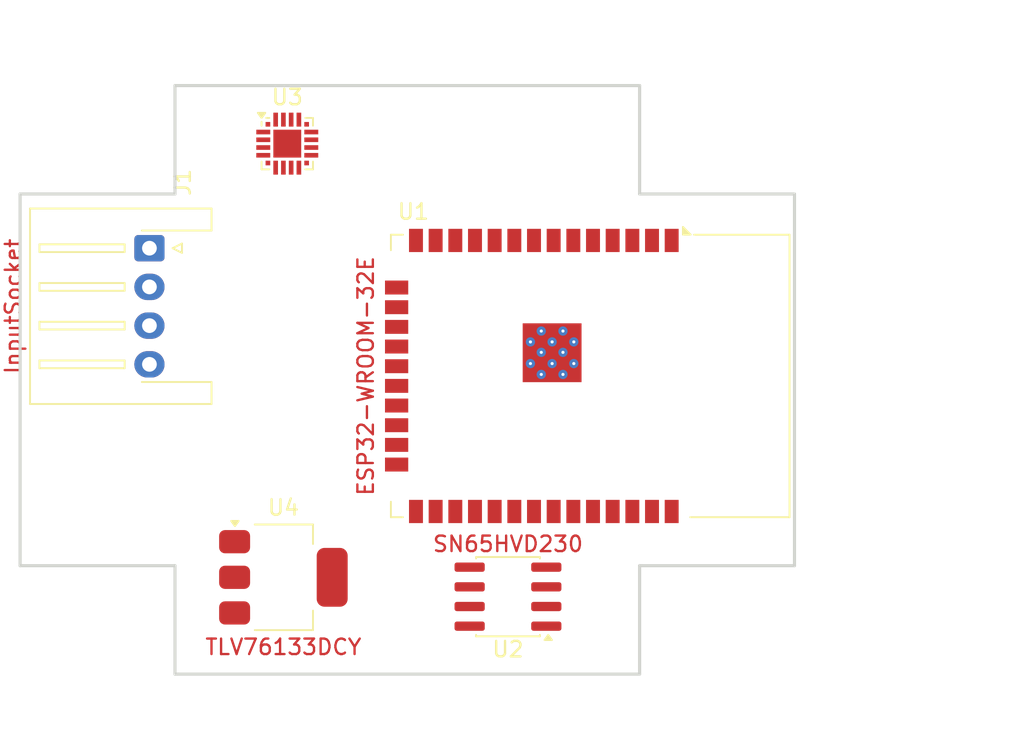
<source format=kicad_pcb>
(kicad_pcb (version 20241229) (generator "pcbnew") (generator_version "9.0")
  (layers (0 "F.Cu" signal) (2 "B.Cu" signal) (13 "F.Paste" user) (15 "B.Paste" user) (5 "F.SilkS" user "F.Silkscreen") (7 "B.SilkS" user "B.Silkscreen") (1 "F.Mask" user) (3 "B.Mask" user) (25 "Edge.Cuts" user))
  (net 0 "")
  (net 1 "GND")
  (net 16 "Net-(U1-IO22)")
  (net 19 "Net-(U1-IO23)")
  (net 36 "/CANL")
  (net 37 "/CANH")
  (net 40 "Net-(J1-Pin_4)")
  (net 41 "/3.3")
  (net 49 "Net-(U3-GND-Pad12)")
  (footprint "RF_Module:ESP32-WROOM-32D" (layer "F.Cu") (at 159.82 84.5 -90)
    (property "Reference" "U1" (at -10.61 8.43 0) (layer "F.SilkS"))
    (property "Value" "ESP32-WROOM-32E" (at 0 11.5 90) (layer "F.Cu"))
    (fp_line (start -9.12 9.88) (end -8.12 9.88) (stroke (width 0.12)) (layer "F.SilkS"))
    (fp_line (start 9.12 9.88) (end 8.12 9.88) (stroke (width 0.12)) (layer "F.SilkS"))
    (fp_line (start -9.12 9.1) (end -9.12 9.88) (stroke (width 0.12)) (layer "F.SilkS"))
    (fp_line (start 9.12 9.1) (end 9.12 9.88) (stroke (width 0.12)) (layer "F.SilkS"))
    (fp_line (start -9.12 -15.86) (end -9.12 -9.7) (stroke (width 0.12)) (layer "F.SilkS"))
    (fp_line (start -9.12 -15.86) (end 9.12 -15.86) (stroke (width 0.12)) (layer "F.SilkS"))
    (fp_line (start 9.12 -15.86) (end 9.12 -9.445) (stroke (width 0.12)) (layer "F.SilkS"))
    (fp_poly (pts (xy -9.125 -8.975) (xy -9.625 -8.975) (xy -9.125 -9.475) (xy -9.125 -8.975)) (stroke (width 0.12)) (fill yes) (layer "F.SilkS"))
    (pad "1" smd rect (at -8.75 -8.25 270) (size 1.5 0.9) (layers "F.Cu" "F.Mask" "F.Paste") (net 1 "GND"))
    (pad "2" smd rect (at -8.75 -6.98 270) (size 1.5 0.9) (layers "F.Cu" "F.Mask" "F.Paste") (net 41 "/3.3"))
    (pad "3" smd rect (at -8.75 -5.71 270) (size 1.5 0.9) (layers "F.Cu" "F.Mask" "F.Paste"))
    (pad "4" smd rect (at -8.75 -4.44 270) (size 1.5 0.9) (layers "F.Cu" "F.Mask" "F.Paste"))
    (pad "5" smd rect (at -8.75 -3.17 270) (size 1.5 0.9) (layers "F.Cu" "F.Mask" "F.Paste"))
    (pad "6" smd rect (at -8.75 -1.9 270) (size 1.5 0.9) (layers "F.Cu" "F.Mask" "F.Paste"))
    (pad "7" smd rect (at -8.75 -0.63 270) (size 1.5 0.9) (layers "F.Cu" "F.Mask" "F.Paste"))
    (pad "8" smd rect (at -8.75 0.64 270) (size 1.5 0.9) (layers "F.Cu" "F.Mask" "F.Paste"))
    (pad "9" smd rect (at -8.75 1.91 270) (size 1.5 0.9) (layers "F.Cu" "F.Mask" "F.Paste"))
    (pad "10" smd rect (at -8.75 3.18 270) (size 1.5 0.9) (layers "F.Cu" "F.Mask" "F.Paste"))
    (pad "11" smd rect (at -8.75 4.45 270) (size 1.5 0.9) (layers "F.Cu" "F.Mask" "F.Paste"))
    (pad "12" smd rect (at -8.75 5.72 270) (size 1.5 0.9) (layers "F.Cu" "F.Mask" "F.Paste"))
    (pad "13" smd rect (at -8.75 6.99 270) (size 1.5 0.9) (layers "F.Cu" "F.Mask" "F.Paste"))
    (pad "14" smd rect (at -8.75 8.26 270) (size 1.5 0.9) (layers "F.Cu" "F.Mask" "F.Paste"))
    (pad "15" smd rect (at -5.71 9.51) (size 1.5 0.9) (layers "F.Cu" "F.Mask" "F.Paste") (net 1 "GND"))
    (pad "16" smd rect (at -4.44 9.51) (size 1.5 0.9) (layers "F.Cu" "F.Mask" "F.Paste"))
    (pad "17" smd rect (at -3.17 9.51) (size 1.5 0.9) (layers "F.Cu" "F.Mask" "F.Paste"))
    (pad "18" smd rect (at -1.9 9.51) (size 1.5 0.9) (layers "F.Cu" "F.Mask" "F.Paste"))
    (pad "19" smd rect (at -0.63 9.51) (size 1.5 0.9) (layers "F.Cu" "F.Mask" "F.Paste"))
    (pad "20" smd rect (at 0.64 9.51) (size 1.5 0.9) (layers "F.Cu" "F.Mask" "F.Paste"))
    (pad "21" smd rect (at 1.91 9.51) (size 1.5 0.9) (layers "F.Cu" "F.Mask" "F.Paste"))
    (pad "22" smd rect (at 3.18 9.51) (size 1.5 0.9) (layers "F.Cu" "F.Mask" "F.Paste"))
    (pad "23" smd rect (at 4.45 9.51) (size 1.5 0.9) (layers "F.Cu" "F.Mask" "F.Paste"))
    (pad "24" smd rect (at 5.72 9.51) (size 1.5 0.9) (layers "F.Cu" "F.Mask" "F.Paste"))
    (pad "25" smd rect (at 8.75 8.26 270) (size 1.5 0.9) (layers "F.Cu" "F.Mask" "F.Paste"))
    (pad "26" smd rect (at 8.75 6.99 270) (size 1.5 0.9) (layers "F.Cu" "F.Mask" "F.Paste"))
    (pad "27" smd rect (at 8.75 5.72 270) (size 1.5 0.9) (layers "F.Cu" "F.Mask" "F.Paste"))
    (pad "28" smd rect (at 8.75 4.45 270) (size 1.5 0.9) (layers "F.Cu" "F.Mask" "F.Paste"))
    (pad "29" smd rect (at 8.75 3.18 270) (size 1.5 0.9) (layers "F.Cu" "F.Mask" "F.Paste"))
    (pad "30" smd rect (at 8.75 1.91 270) (size 1.5 0.9) (layers "F.Cu" "F.Mask" "F.Paste"))
    (pad "31" smd rect (at 8.75 0.64 270) (size 1.5 0.9) (layers "F.Cu" "F.Mask" "F.Paste"))
    (pad "32" smd rect (at 8.75 -0.63 270) (size 1.5 0.9) (layers "F.Cu" "F.Mask" "F.Paste"))
    (pad "33" smd rect (at 8.75 -1.9 270) (size 1.5 0.9) (layers "F.Cu" "F.Mask" "F.Paste"))
    (pad "34" smd rect (at 8.75 -3.17 270) (size 1.5 0.9) (layers "F.Cu" "F.Mask" "F.Paste"))
    (pad "35" smd rect (at 8.75 -4.44 270) (size 1.5 0.9) (layers "F.Cu" "F.Mask" "F.Paste"))
    (pad "36" smd rect (at 8.75 -5.71 270) (size 1.5 0.9) (layers "F.Cu" "F.Mask" "F.Paste") (net 16 "Net-(U1-IO22)"))
    (pad "37" smd rect (at 8.75 -6.98 270) (size 1.5 0.9) (layers "F.Cu" "F.Mask" "F.Paste") (net 19 "Net-(U1-IO23)"))
    (pad "38" smd rect (at 8.75 -8.25 270) (size 1.5 0.9) (layers "F.Cu" "F.Mask" "F.Paste") (net 1 "GND"))
    (pad "39" smd rect (at -2.9 -1.93 270) (size 0.9 0.9) (layers "F.Cu" "F.Paste") (net 1 "GND"))
    (pad "39" thru_hole circle (at -2.9 -1.23 270) (size 0.6 0.6) (drill 0.2) (property pad_prop_heatsink) (layers "*.Cu" "F.Mask") (net 1 "GND"))
    (pad "39" smd rect (at -2.9 -0.53 270) (size 0.9 0.9) (layers "F.Cu" "F.Paste") (net 1 "GND"))
    (pad "39" thru_hole circle (at -2.9 0.17 270) (size 0.6 0.6) (drill 0.2) (property pad_prop_heatsink) (layers "*.Cu" "F.Mask") (net 1 "GND"))
    (pad "39" smd rect (at -2.9 0.87 270) (size 0.9 0.9) (layers "F.Cu" "F.Paste") (net 1 "GND"))
    (pad "39" thru_hole circle (at -2.2 -1.93 270) (size 0.6 0.6) (drill 0.2) (property pad_prop_heatsink) (layers "*.Cu" "F.Mask") (net 1 "GND"))
    (pad "39" thru_hole circle (at -2.2 -0.53 270) (size 0.6 0.6) (drill 0.2) (property pad_prop_heatsink) (layers "*.Cu" "F.Mask") (net 1 "GND"))
    (pad "39" thru_hole circle (at -2.2 0.87 270) (size 0.6 0.6) (drill 0.2) (property pad_prop_heatsink) (layers "*.Cu" "F.Mask") (net 1 "GND"))
    (pad "39" thru_hole circle (at -1.525 -1.23 270) (size 0.6 0.6) (drill 0.2) (property pad_prop_heatsink) (layers "*.Cu" "F.Mask") (net 1 "GND"))
    (pad "39" thru_hole circle (at -1.525 0.17 270) (size 0.6 0.6) (drill 0.2) (property pad_prop_heatsink) (layers "*.Cu" "F.Mask") (net 1 "GND"))
    (pad "39" smd rect (at -1.5 -1.93 270) (size 0.9 0.9) (layers "F.Cu" "F.Paste") (net 1 "GND"))
    (pad "39" smd rect (at -1.5 -0.53 270) (size 0.9 0.9) (layers "F.Cu" "F.Paste") (net 1 "GND"))
    (pad "39" smd rect (at -1.5 -0.53 270) (size 3.8 3.8) (property pad_prop_heatsink) (layers "F.Cu" "F.Mask") (net 1 "GND"))
    (pad "39" smd rect (at -1.5 0.87 270) (size 0.9 0.9) (layers "F.Cu" "F.Paste") (net 1 "GND"))
    (pad "39" thru_hole circle (at -0.8 -1.93 270) (size 0.6 0.6) (drill 0.2) (property pad_prop_heatsink) (layers "*.Cu" "F.Mask") (net 1 "GND"))
    (pad "39" thru_hole circle (at -0.8 -0.53 270) (size 0.6 0.6) (drill 0.2) (property pad_prop_heatsink) (layers "*.Cu" "F.Mask") (net 1 "GND"))
    (pad "39" thru_hole circle (at -0.8 0.87 270) (size 0.6 0.6) (drill 0.2) (property pad_prop_heatsink) (layers "*.Cu" "F.Mask") (net 1 "GND"))
    (pad "39" smd rect (at -0.1 -1.93 270) (size 0.9 0.9) (layers "F.Cu" "F.Paste") (net 1 "GND"))
    (pad "39" thru_hole circle (at -0.1 -1.23 270) (size 0.6 0.6) (drill 0.2) (property pad_prop_heatsink) (layers "*.Cu" "F.Mask") (net 1 "GND"))
    (pad "39" smd rect (at -0.1 -0.53 270) (size 0.9 0.9) (layers "F.Cu" "F.Paste") (net 1 "GND"))
    (pad "39" thru_hole circle (at -0.1 0.17 270) (size 0.6 0.6) (drill 0.2) (property pad_prop_heatsink) (layers "*.Cu" "F.Mask") (net 1 "GND"))
    (pad "39" smd rect (at -0.1 0.87 270) (size 0.9 0.9) (layers "F.Cu" "F.Paste") (net 1 "GND"))
  )
  (footprint "Package_TO_SOT_SMD:SOT-223-3_TabPin2" (layer "F.Cu") (at 143 97.5)
    (property "Reference" "U4" (at 0 -4.5 0) (layer "F.SilkS"))
    (property "Value" "TLV76133DCY" (at 0 4.5 0) (layer "F.Cu"))
    (fp_line (start -1.85 -3.41) (end 1.91 -3.41) (stroke (width 0.12)) (layer "F.SilkS"))
    (fp_line (start -1.85 3.41) (end 1.91 3.41) (stroke (width 0.12)) (layer "F.SilkS"))
    (fp_line (start 1.91 -3.41) (end 1.91 -2.15) (stroke (width 0.12)) (layer "F.SilkS"))
    (fp_line (start 1.91 3.41) (end 1.91 2.15) (stroke (width 0.12)) (layer "F.SilkS"))
    (fp_poly (pts (xy -3.13 -3.31) (xy -3.37 -3.64) (xy -2.89 -3.64) (xy -3.13 -3.31)) (stroke (width 0.12)) (fill yes) (layer "F.SilkS"))
    (pad "1" smd roundrect (at -3.15 -2.3) (size 2 1.5) (layers "F.Cu" "F.Mask" "F.Paste") (net 1 "GND"))
    (pad "2" smd roundrect (at -3.15 0) (size 2 1.5) (layers "F.Cu" "F.Mask" "F.Paste") (net 41 "/3.3"))
    (pad "2" smd roundrect (at 3.15 0) (size 2 3.8) (layers "F.Cu" "F.Mask" "F.Paste") (net 41 "/3.3"))
    (pad "3" smd roundrect (at -3.15 2.3) (size 2 1.5) (layers "F.Cu" "F.Mask" "F.Paste") (net 40 "Net-(J1-Pin_4)"))
  )
  (footprint "Package_SO:SOIC-8_3.9x4.9mm_P1.27mm" (layer "F.Cu") (at 157.5 98.75 180)
    (property "Reference" "U2" (at 0 -3.4 0) (layer "F.SilkS"))
    (property "Value" "SN65HVD230" (at 0 3.4 0) (layer "F.Cu"))
    (fp_line (start 2.06 2.56) (end -2.06 2.56) (stroke (width 0.12)) (layer "F.SilkS"))
    (fp_line (start 2.06 2.465) (end 2.06 2.56) (stroke (width 0.12)) (layer "F.SilkS"))
    (fp_line (start 2.06 -2.56) (end 2.06 -2.465) (stroke (width 0.12)) (layer "F.SilkS"))
    (fp_line (start -2.06 2.56) (end -2.06 2.465) (stroke (width 0.12)) (layer "F.SilkS"))
    (fp_line (start -2.06 -2.465) (end -2.06 -2.56) (stroke (width 0.12)) (layer "F.SilkS"))
    (fp_line (start -2.06 -2.56) (end 2.06 -2.56) (stroke (width 0.12)) (layer "F.SilkS"))
    (fp_poly (pts (xy -2.6 -2.47) (xy -2.84 -2.8) (xy -2.36 -2.8)) (stroke (width 0.12)) (fill yes) (layer "F.SilkS"))
    (pad "1" smd roundrect (at -2.475 -1.905 180) (size 1.95 0.6) (layers "F.Cu" "F.Mask" "F.Paste") (net 19 "Net-(U1-IO23)"))
    (pad "2" smd roundrect (at -2.475 -0.635 180) (size 1.95 0.6) (layers "F.Cu" "F.Mask" "F.Paste") (net 1 "GND"))
    (pad "3" smd roundrect (at -2.475 0.635 180) (size 1.95 0.6) (layers "F.Cu" "F.Mask" "F.Paste") (net 41 "/3.3"))
    (pad "4" smd roundrect (at -2.475 1.905 180) (size 1.95 0.6) (layers "F.Cu" "F.Mask" "F.Paste") (net 16 "Net-(U1-IO22)"))
    (pad "5" smd roundrect (at 2.475 1.905 180) (size 1.95 0.6) (layers "F.Cu" "F.Mask" "F.Paste"))
    (pad "6" smd roundrect (at 2.475 0.635 180) (size 1.95 0.6) (layers "F.Cu" "F.Mask" "F.Paste") (net 36 "/CANL"))
    (pad "7" smd roundrect (at 2.475 -0.635 180) (size 1.95 0.6) (layers "F.Cu" "F.Mask" "F.Paste") (net 37 "/CANH"))
    (pad "8" smd roundrect (at 2.475 -1.905 180) (size 1.95 0.6) (layers "F.Cu" "F.Mask" "F.Paste"))
  )
  (footprint "Package_DFN_QFN:SiliconLabs_QFN-20-1EP_3x3mm_P0.5mm_EP1.8x1.8mm" (layer "F.Cu") (at 143.25 69.5)
    (property "Reference" "U3" (at 0 -3 0) (layer "F.SilkS"))
    (property "Value" "CP2102N-Axx-xQFN20")
    (fp_line (start -1.66 -1.16) (end -1.66 -1.41) (stroke (width 0.12)) (layer "F.SilkS"))
    (fp_line (start -1.66 1.66) (end -1.66 1.16) (stroke (width 0.12)) (layer "F.SilkS"))
    (fp_line (start -1.16 -1.66) (end -1.36 -1.66) (stroke (width 0.12)) (layer "F.SilkS"))
    (fp_line (start -1.16 1.66) (end -1.66 1.66) (stroke (width 0.12)) (layer "F.SilkS"))
    (fp_line (start 1.16 -1.66) (end 1.66 -1.66) (stroke (width 0.12)) (layer "F.SilkS"))
    (fp_line (start 1.16 1.66) (end 1.66 1.66) (stroke (width 0.12)) (layer "F.SilkS"))
    (fp_line (start 1.66 -1.66) (end 1.66 -1.16) (stroke (width 0.12)) (layer "F.SilkS"))
    (fp_line (start 1.66 1.66) (end 1.66 1.16) (stroke (width 0.12)) (layer "F.SilkS"))
    (fp_poly (pts (xy -1.66 -1.66) (xy -1.9 -1.99) (xy -1.42 -1.99) (xy -1.66 -1.66)) (stroke (width 0.12)) (fill yes) (layer "F.SilkS"))
    (pad "1" smd rect (at -1.25 -1.25) (size 0.3 0.3) (layers "F.Cu" "F.Mask" "F.Paste"))
    (pad "2" smd rect (at -1.55 -0.75) (size 0.9 0.3) (layers "F.Cu" "F.Mask" "F.Paste"))
    (pad "3" smd rect (at -1.55 -0.25) (size 0.9 0.3) (layers "F.Cu" "F.Mask" "F.Paste") (net 49 "Net-(U3-GND-Pad12)"))
    (pad "4" smd rect (at -1.55 0.25) (size 0.9 0.3) (layers "F.Cu" "F.Mask" "F.Paste"))
    (pad "5" smd rect (at -1.55 0.75) (size 0.9 0.3) (layers "F.Cu" "F.Mask" "F.Paste"))
    (pad "6" smd rect (at -1.25 1.25) (size 0.3 0.3) (layers "F.Cu" "F.Mask" "F.Paste"))
    (pad "7" smd rect (at -0.75 1.55 90) (size 0.9 0.3) (layers "F.Cu" "F.Mask" "F.Paste"))
    (pad "8" smd rect (at -0.25 1.55 90) (size 0.9 0.3) (layers "F.Cu" "F.Mask" "F.Paste"))
    (pad "9" smd rect (at 0.25 1.55 90) (size 0.9 0.3) (layers "F.Cu" "F.Mask" "F.Paste"))
    (pad "10" smd rect (at 0.75 1.55 90) (size 0.9 0.3) (layers "F.Cu" "F.Mask" "F.Paste"))
    (pad "11" smd rect (at 1.25 1.25) (size 0.3 0.3) (layers "F.Cu" "F.Mask" "F.Paste"))
    (pad "12" smd rect (at 1.55 0.75) (size 0.9 0.3) (layers "F.Cu" "F.Mask" "F.Paste") (net 49 "Net-(U3-GND-Pad12)"))
    (pad "13" smd rect (at 1.55 0.25) (size 0.9 0.3) (layers "F.Cu" "F.Mask" "F.Paste"))
    (pad "14" smd rect (at 1.55 -0.25) (size 0.9 0.3) (layers "F.Cu" "F.Mask" "F.Paste"))
    (pad "15" smd rect (at 1.55 -0.75) (size 0.9 0.3) (layers "F.Cu" "F.Mask" "F.Paste"))
    (pad "16" smd rect (at 1.25 -1.25) (size 0.3 0.3) (layers "F.Cu" "F.Mask" "F.Paste"))
    (pad "17" smd rect (at 0.75 -1.55 90) (size 0.9 0.3) (layers "F.Cu" "F.Mask" "F.Paste"))
    (pad "18" smd rect (at 0.25 -1.55 90) (size 0.9 0.3) (layers "F.Cu" "F.Mask" "F.Paste"))
    (pad "19" smd rect (at -0.25 -1.55 90) (size 0.9 0.3) (layers "F.Cu" "F.Mask" "F.Paste"))
    (pad "20" smd rect (at -0.75 -1.55 90) (size 0.9 0.3) (layers "F.Cu" "F.Mask" "F.Paste"))
    (pad "21" smd rect (at 0 0) (size 1.8 1.8) (layers "F.Cu" "F.Mask") (net 49 "Net-(U3-GND-Pad12)"))
  )
  (footprint "Connector_JST:JST_XH_S4B-XH-A-1_1x04_P2.50mm_Horizontal" (layer "F.Cu") (at 134.35 76.25 -90)
    (property "Reference" "J1" (at -4.25 -2.15 90) (layer "F.SilkS"))
    (property "Value" "InputSocket" (at 3.75 8.8 90) (layer "F.Cu"))
    (fp_line (start -2.56 7.71) (end -2.56 -4.01) (stroke (width 0.12)) (layer "F.SilkS"))
    (fp_line (start 3.75 7.71) (end -2.56 7.71) (stroke (width 0.12)) (layer "F.SilkS"))
    (fp_line (start 3.75 7.71) (end 10.06 7.71) (stroke (width 0.12)) (layer "F.SilkS"))
    (fp_line (start 10.06 7.71) (end 10.06 -4.01) (stroke (width 0.12)) (layer "F.SilkS"))
    (fp_line (start -0.25 7.1) (end 0.25 7.1) (stroke (width 0.12)) (layer "F.SilkS"))
    (fp_line (start 0.25 7.1) (end 0.25 1.6) (stroke (width 0.12)) (layer "F.SilkS"))
    (fp_line (start 2.25 7.1) (end 2.75 7.1) (stroke (width 0.12)) (layer "F.SilkS"))
    (fp_line (start 2.75 7.1) (end 2.75 1.6) (stroke (width 0.12)) (layer "F.SilkS"))
    (fp_line (start 4.75 7.1) (end 5.25 7.1) (stroke (width 0.12)) (layer "F.SilkS"))
    (fp_line (start 5.25 7.1) (end 5.25 1.6) (stroke (width 0.12)) (layer "F.SilkS"))
    (fp_line (start 7.25 7.1) (end 7.75 7.1) (stroke (width 0.12)) (layer "F.SilkS"))
    (fp_line (start 7.75 7.1) (end 7.75 1.6) (stroke (width 0.12)) (layer "F.SilkS"))
    (fp_line (start -0.25 1.6) (end -0.25 7.1) (stroke (width 0.12)) (layer "F.SilkS"))
    (fp_line (start 0.25 1.6) (end -0.25 1.6) (stroke (width 0.12)) (layer "F.SilkS"))
    (fp_line (start 2.25 1.6) (end 2.25 7.1) (stroke (width 0.12)) (layer "F.SilkS"))
    (fp_line (start 2.75 1.6) (end 2.25 1.6) (stroke (width 0.12)) (layer "F.SilkS"))
    (fp_line (start 4.75 1.6) (end 4.75 7.1) (stroke (width 0.12)) (layer "F.SilkS"))
    (fp_line (start 5.25 1.6) (end 4.75 1.6) (stroke (width 0.12)) (layer "F.SilkS"))
    (fp_line (start 7.25 1.6) (end 7.25 7.1) (stroke (width 0.12)) (layer "F.SilkS"))
    (fp_line (start 7.75 1.6) (end 7.25 1.6) (stroke (width 0.12)) (layer "F.SilkS"))
    (fp_line (start 0 -1.5) (end -0.3 -2.1) (stroke (width 0.12)) (layer "F.SilkS"))
    (fp_line (start -0.3 -2.1) (end 0.3 -2.1) (stroke (width 0.12)) (layer "F.SilkS"))
    (fp_line (start 0.3 -2.1) (end 0 -1.5) (stroke (width 0.12)) (layer "F.SilkS"))
    (fp_line (start -2.56 -4.01) (end -1.14 -4.01) (stroke (width 0.12)) (layer "F.SilkS"))
    (fp_line (start -1.14 -4.01) (end -1.14 0.49) (stroke (width 0.12)) (layer "F.SilkS"))
    (fp_line (start 8.64 -4.01) (end 8.64 0.49) (stroke (width 0.12)) (layer "F.SilkS"))
    (fp_line (start 10.06 -4.01) (end 8.64 -4.01) (stroke (width 0.12)) (layer "F.SilkS"))
    (pad "1" thru_hole roundrect (at 0 0 270) (size 1.7 1.95) (drill 0.95) (layers "*.Cu" "*.Mask") (roundrect_rratio 0.147059) (net 1 "GND"))
    (pad "2" thru_hole oval (at 2.5 0 270) (size 1.7 1.95) (drill 0.95) (layers "*.Cu" "*.Mask") (net 36 "/CANL"))
    (pad "3" thru_hole oval (at 5 0 270) (size 1.7 1.95) (drill 0.95) (layers "*.Cu" "*.Mask") (net 37 "/CANH"))
    (pad "4" thru_hole oval (at 7.5 0 270) (size 1.7 1.95) (drill 0.95) (layers "*.Cu" "*.Mask") (net 40 "Net-(J1-Pin_4)"))
  )
  (gr_line (start 136 103.75) (end 166 103.75) (stroke (width 0.2)) (layer "Edge.Cuts"))
  (gr_line (start 166 65.75) (end 166 72.75) (stroke (width 0.2)) (layer "Edge.Cuts"))
  (gr_line (start 176 96.75) (end 166 96.75) (stroke (width 0.2)) (layer "Edge.Cuts"))
  (gr_line (start 176 72.75) (end 176 96.75) (stroke (width 0.2)) (layer "Edge.Cuts"))
  (gr_line (start 136 103.75) (end 136 96.75) (stroke (width 0.2)) (layer "Edge.Cuts"))
  (gr_line (start 166 103.75) (end 166 96.75) (stroke (width 0.2)) (layer "Edge.Cuts"))
  (gr_line (start 126 72.75) (end 136 72.75) (stroke (width 0.2)) (layer "Edge.Cuts"))
  (gr_line (start 136 96.75) (end 126 96.75) (stroke (width 0.2)) (layer "Edge.Cuts"))
  (gr_line (start 136 65.75) (end 166 65.75) (stroke (width 0.2)) (layer "Edge.Cuts"))
  (gr_line (start 136 72.75) (end 136 65.75) (stroke (width 0.2)) (layer "Edge.Cuts"))
  (gr_line (start 166 72.75) (end 176 72.75) (stroke (width 0.2)) (layer "Edge.Cuts"))
  (gr_line (start 126 96.75) (end 126 72.75) (stroke (width 0.2)) (layer "Edge.Cuts"))
  (segment (start 139.85 99.456008) (end 139.85 99.8) (width 0.2) (layer "F.Cu") (net 40))
)
</source>
